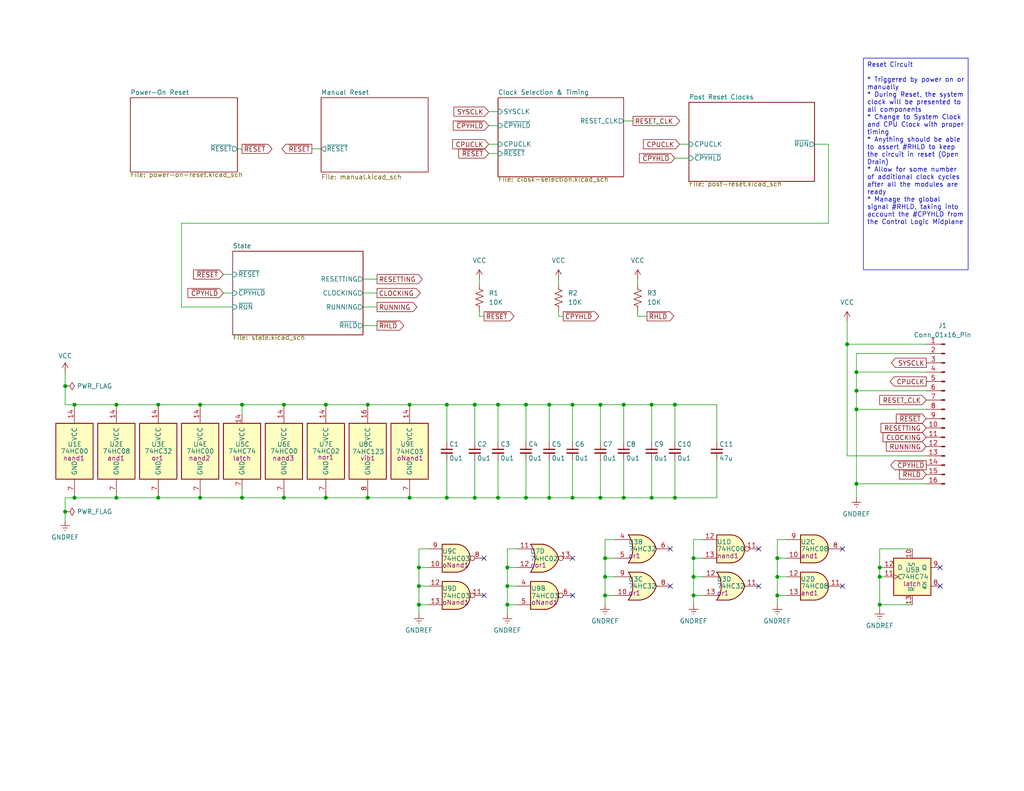
<source format=kicad_sch>
(kicad_sch (version 20230121) (generator eeschema)
  (paper "A")
  (title_block (title "Reset Module") (date "2022-10-29") (rev "1.0") (company "16-Bit Computer From Scratch") (comment 1 "Adam Clark (@eryjus)"))
  (lib_symbols
    (symbol "74xx:74HC00" (pin_names (offset 1.016))
      (property "Reference" "U" (at 0 1.27 0))
      (property "Value" "74HC00" (at 0 -1.27 0))
      (symbol "74HC00_1_1"
        (pin input line (at -7.62 2.54 0) (length 3.81) (name "~") (number "1"))
        (pin input line (at -7.62 -2.54 0) (length 3.81) (name "~") (number "2"))
        (pin output inverted (at 7.62 0 180) (length 3.81) (name "~") (number "3"))
      )
      (symbol "74HC00_1_2"
        (pin input inverted (at -7.62 2.54 0) (length 4.318) (name "~") (number "1"))
        (pin input inverted (at -7.62 -2.54 0) (length 4.318) (name "~") (number "2"))
        (pin output line (at 7.62 0 180) (length 3.81) (name "~") (number "3"))
      )
      (symbol "74HC00_2_1"
        (pin input line (at -7.62 2.54 0) (length 3.81) (name "~") (number "4"))
        (pin input line (at -7.62 -2.54 0) (length 3.81) (name "~") (number "5"))
        (pin output inverted (at 7.62 0 180) (length 3.81) (name "~") (number "6"))
      )
      (symbol "74HC00_2_2"
        (pin input inverted (at -7.62 2.54 0) (length 4.318) (name "~") (number "4"))
        (pin input inverted (at -7.62 -2.54 0) (length 4.318) (name "~") (number "5"))
        (pin output line (at 7.62 0 180) (length 3.81) (name "~") (number "6"))
      )
      (symbol "74HC00_3_1"
        (pin input line (at -7.62 -2.54 0) (length 3.81) (name "~") (number "10"))
        (pin output inverted (at 7.62 0 180) (length 3.81) (name "~") (number "8"))
        (pin input line (at -7.62 2.54 0) (length 3.81) (name "~") (number "9"))
      )
      (symbol "74HC00_3_2"
        (pin input inverted (at -7.62 -2.54 0) (length 4.318) (name "~") (number "10"))
        (pin output line (at 7.62 0 180) (length 3.81) (name "~") (number "8"))
        (pin input inverted (at -7.62 2.54 0) (length 4.318) (name "~") (number "9"))
      )
      (symbol "74HC00_4_1"
        (pin output inverted (at 7.62 0 180) (length 3.81) (name "~") (number "11"))
        (pin input line (at -7.62 2.54 0) (length 3.81) (name "~") (number "12"))
        (pin input line (at -7.62 -2.54 0) (length 3.81) (name "~") (number "13"))
      )
      (symbol "74HC00_4_2"
        (pin output line (at 7.62 0 180) (length 3.81) (name "~") (number "11"))
        (pin input inverted (at -7.62 2.54 0) (length 4.318) (name "~") (number "12"))
        (pin input inverted (at -7.62 -2.54 0) (length 4.318) (name "~") (number "13"))
      )
      (symbol "74HC00_5_0"
        (pin power_in line (at 0 12.7 270) (length 5.08) (name "VCC") (number "14"))
        (pin power_in line (at 0 -12.7 90) (length 5.08) (name "GND") (number "7"))
      )
    )
    (symbol "74xx:74HC02" (pin_names (offset 1.016))
      (property "Reference" "U" (at 0 1.27 0))
      (property "Value" "74HC02" (at 0 -1.27 0))
      (symbol "74HC02_1_1"
        (pin output inverted (at 7.62 0 180) (length 3.81) (name "~") (number "1"))
        (pin input line (at -7.62 2.54 0) (length 4.318) (name "~") (number "2"))
        (pin input line (at -7.62 -2.54 0) (length 4.318) (name "~") (number "3"))
      )
      (symbol "74HC02_1_2"
        (pin output line (at 7.62 0 180) (length 3.81) (name "~") (number "1"))
        (pin input inverted (at -7.62 2.54 0) (length 3.81) (name "~") (number "2"))
        (pin input inverted (at -7.62 -2.54 0) (length 3.81) (name "~") (number "3"))
      )
      (symbol "74HC02_2_1"
        (pin output inverted (at 7.62 0 180) (length 3.81) (name "~") (number "4"))
        (pin input line (at -7.62 2.54 0) (length 4.318) (name "~") (number "5"))
        (pin input line (at -7.62 -2.54 0) (length 4.318) (name "~") (number "6"))
      )
      (symbol "74HC02_2_2"
        (pin output line (at 7.62 0 180) (length 3.81) (name "~") (number "4"))
        (pin input inverted (at -7.62 2.54 0) (length 3.81) (name "~") (number "5"))
        (pin input inverted (at -7.62 -2.54 0) (length 3.81) (name "~") (number "6"))
      )
      (symbol "74HC02_3_1"
        (pin output inverted (at 7.62 0 180) (length 3.81) (name "~") (number "10"))
        (pin input line (at -7.62 2.54 0) (length 4.318) (name "~") (number "8"))
        (pin input line (at -7.62 -2.54 0) (length 4.318) (name "~") (number "9"))
      )
      (symbol "74HC02_3_2"
        (pin output line (at 7.62 0 180) (length 3.81) (name "~") (number "10"))
        (pin input inverted (at -7.62 2.54 0) (length 3.81) (name "~") (number "8"))
        (pin input inverted (at -7.62 -2.54 0) (length 3.81) (name "~") (number "9"))
      )
      (symbol "74HC02_4_1"
        (pin input line (at -7.62 2.54 0) (length 4.318) (name "~") (number "11"))
        (pin input line (at -7.62 -2.54 0) (length 4.318) (name "~") (number "12"))
        (pin output inverted (at 7.62 0 180) (length 3.81) (name "~") (number "13"))
      )
      (symbol "74HC02_4_2"
        (pin input inverted (at -7.62 2.54 0) (length 3.81) (name "~") (number "11"))
        (pin input inverted (at -7.62 -2.54 0) (length 3.81) (name "~") (number "12"))
        (pin output line (at 7.62 0 180) (length 3.81) (name "~") (number "13"))
      )
      (symbol "74HC02_5_0"
        (pin power_in line (at 0 12.7 270) (length 5.08) (name "VCC") (number "14"))
        (pin power_in line (at 0 -12.7 90) (length 5.08) (name "GND") (number "7"))
      )
    )
    (symbol "74xx:74HC123" (pin_names (offset 1.016))
      (property "Reference" "U" (at -7.62 8.89 0))
      (property "Value" "74HC123" (at -7.62 -8.89 0))
      (symbol "74HC123_1_0"
        (pin input inverted (at -12.7 -2.54 0) (length 5.08) (name "A") (number "1"))
        (pin output line (at 12.7 5.08 180) (length 5.08) (name "Q") (number "13"))
        (pin input line (at -12.7 2.54 0) (length 5.08) (name "Cext") (number "14"))
        (pin input line (at -12.7 5.08 0) (length 5.08) (name "RCext") (number "15"))
        (pin input line (at -12.7 -5.08 0) (length 5.08) (name "B") (number "2"))
        (pin input inverted (at 0 -12.7 90) (length 5.08) (name "Clr") (number "3"))
        (pin output line (at 12.7 -5.08 180) (length 5.08) (name "~{Q}") (number "4"))
      )
      (symbol "74HC123_2_0"
        (pin input line (at -12.7 -5.08 0) (length 5.08) (name "B") (number "10"))
        (pin input inverted (at 0 -12.7 90) (length 5.08) (name "Clr") (number "11"))
        (pin output line (at 12.7 -5.08 180) (length 5.08) (name "~{Q}") (number "12"))
        (pin output line (at 12.7 5.08 180) (length 5.08) (name "Q") (number "5"))
        (pin input line (at -12.7 2.54 0) (length 5.08) (name "Cext") (number "6"))
        (pin input line (at -12.7 5.08 0) (length 5.08) (name "RCext") (number "7"))
        (pin input inverted (at -12.7 -2.54 0) (length 5.08) (name "A") (number "9"))
      )
      (symbol "74HC123_3_0"
        (pin power_in line (at 0 12.7 270) (length 5.08) (name "VCC") (number "16"))
        (pin power_in line (at 0 -12.7 90) (length 5.08) (name "GND") (number "8"))
      )
    )
    (symbol "74xx:74HC74" (pin_names (offset 1.016))
      (property "Reference" "U" (at -7.62 8.89 0))
      (property "Value" "74HC74" (at -7.62 -8.89 0))
      (symbol "74HC74_1_0"
        (pin input line (at 0 -7.62 90) (length 2.54) (name "~{R}") (number "1"))
        (pin input line (at -7.62 2.54 0) (length 2.54) (name "D") (number "2"))
        (pin input clock (at -7.62 0 0) (length 2.54) (name "C") (number "3"))
        (pin input line (at 0 7.62 270) (length 2.54) (name "~{S}") (number "4"))
        (pin output line (at 7.62 2.54 180) (length 2.54) (name "Q") (number "5"))
        (pin output line (at 7.62 -2.54 180) (length 2.54) (name "~{Q}") (number "6"))
      )
      (symbol "74HC74_2_0"
        (pin input line (at 0 7.62 270) (length 2.54) (name "~{S}") (number "10"))
        (pin input clock (at -7.62 0 0) (length 2.54) (name "C") (number "11"))
        (pin input line (at -7.62 2.54 0) (length 2.54) (name "D") (number "12"))
        (pin input line (at 0 -7.62 90) (length 2.54) (name "~{R}") (number "13"))
        (pin output line (at 7.62 -2.54 180) (length 2.54) (name "~{Q}") (number "8"))
        (pin output line (at 7.62 2.54 180) (length 2.54) (name "Q") (number "9"))
      )
      (symbol "74HC74_3_0"
        (pin power_in line (at 0 10.16 270) (length 2.54) (name "VCC") (number "14"))
        (pin power_in line (at 0 -10.16 90) (length 2.54) (name "GND") (number "7"))
      )
    )
    (symbol "Connector:Conn_01x16_Pin" (pin_names (offset 1.016) hide)
      (property "Reference" "J" (at 0 20.32 0))
      (property "Value" "Conn_01x16_Pin" (at 0 -22.86 0))
      (symbol "Conn_01x16_Pin_1_1"
        (pin passive line (at 5.08 17.78 180) (length 3.81) (name "Pin_1") (number "1"))
        (pin passive line (at 5.08 -5.08 180) (length 3.81) (name "Pin_10") (number "10"))
        (pin passive line (at 5.08 -7.62 180) (length 3.81) (name "Pin_11") (number "11"))
        (pin passive line (at 5.08 -10.16 180) (length 3.81) (name "Pin_12") (number "12"))
        (pin passive line (at 5.08 -12.7 180) (length 3.81) (name "Pin_13") (number "13"))
        (pin passive line (at 5.08 -15.24 180) (length 3.81) (name "Pin_14") (number "14"))
        (pin passive line (at 5.08 -17.78 180) (length 3.81) (name "Pin_15") (number "15"))
        (pin passive line (at 5.08 -20.32 180) (length 3.81) (name "Pin_16") (number "16"))
        (pin passive line (at 5.08 15.24 180) (length 3.81) (name "Pin_2") (number "2"))
        (pin passive line (at 5.08 12.7 180) (length 3.81) (name "Pin_3") (number "3"))
        (pin passive line (at 5.08 10.16 180) (length 3.81) (name "Pin_4") (number "4"))
        (pin passive line (at 5.08 7.62 180) (length 3.81) (name "Pin_5") (number "5"))
        (pin passive line (at 5.08 5.08 180) (length 3.81) (name "Pin_6") (number "6"))
        (pin passive line (at 5.08 2.54 180) (length 3.81) (name "Pin_7") (number "7"))
        (pin passive line (at 5.08 0 180) (length 3.81) (name "Pin_8") (number "8"))
        (pin passive line (at 5.08 -2.54 180) (length 3.81) (name "Pin_9") (number "9"))
      )
    )
    (symbol "Device:C_Small" (pin_numbers hide) (pin_names (offset 0.254) hide)
      (property "Reference" "C" (at 0.254 1.778 0))
      (property "Value" "C_Small" (at 0.254 -2.032 0))
      (symbol "C_Small_1_1"
        (pin passive line (at 0 2.54 270) (length 2.032) (name "~") (number "1"))
        (pin passive line (at 0 -2.54 90) (length 2.032) (name "~") (number "2"))
      )
    )
    (symbol "Device:R_US" (pin_numbers hide) (pin_names (offset 0))
      (property "Reference" "R" (at 2.54 0 90))
      (property "Value" "R_US" (at -2.54 0 90))
      (symbol "R_US_1_1"
        (pin passive line (at 0 3.81 270) (length 1.27) (name "~") (number "1"))
        (pin passive line (at 0 -3.81 90) (length 1.27) (name "~") (number "2"))
      )
    )
    (symbol "eryjus:74HC03" (pin_names (offset 1.016))
      (property "Reference" "U" (at 0 1.27 0))
      (property "Value" "74HC03" (at 0 -1.27 0))
      (symbol "74HC03_1_1"
        (pin input line (at -7.62 2.54 0) (length 3.81) (name "~") (number "1"))
        (pin input line (at -7.62 -2.54 0) (length 3.81) (name "~") (number "2"))
        (pin output inverted (at 7.62 0 180) (length 3.81) (name "~") (number "3"))
      )
      (symbol "74HC03_1_2"
        (pin input inverted (at -7.62 2.54 0) (length 4.318) (name "~") (number "1"))
        (pin input inverted (at -7.62 -2.54 0) (length 4.318) (name "~") (number "2"))
        (pin output line (at 7.62 0 180) (length 3.81) (name "~") (number "3"))
      )
      (symbol "74HC03_2_1"
        (pin input line (at -7.62 2.54 0) (length 3.81) (name "~") (number "4"))
        (pin input line (at -7.62 -2.54 0) (length 3.81) (name "~") (number "5"))
        (pin output inverted (at 7.62 0 180) (length 3.81) (name "~") (number "6"))
      )
      (symbol "74HC03_2_2"
        (pin input inverted (at -7.62 2.54 0) (length 4.318) (name "~") (number "4"))
        (pin input inverted (at -7.62 -2.54 0) (length 4.318) (name "~") (number "5"))
        (pin output line (at 7.62 0 180) (length 3.81) (name "~") (number "6"))
      )
      (symbol "74HC03_3_1"
        (pin input line (at -7.62 -2.54 0) (length 3.81) (name "~") (number "10"))
        (pin output inverted (at 7.62 0 180) (length 3.81) (name "~") (number "8"))
        (pin input line (at -7.62 2.54 0) (length 3.81) (name "~") (number "9"))
      )
      (symbol "74HC03_3_2"
        (pin input inverted (at -7.62 -2.54 0) (length 4.318) (name "~") (number "10"))
        (pin output line (at 7.62 0 180) (length 3.81) (name "~") (number "8"))
        (pin input inverted (at -7.62 2.54 0) (length 4.318) (name "~") (number "9"))
      )
      (symbol "74HC03_4_1"
        (pin output inverted (at 7.62 0 180) (length 3.81) (name "~") (number "11"))
        (pin input line (at -7.62 2.54 0) (length 3.81) (name "~") (number "12"))
        (pin input line (at -7.62 -2.54 0) (length 3.81) (name "~") (number "13"))
      )
      (symbol "74HC03_4_2"
        (pin output line (at 7.62 0 180) (length 3.81) (name "~") (number "11"))
        (pin input inverted (at -7.62 2.54 0) (length 4.318) (name "~") (number "12"))
        (pin input inverted (at -7.62 -2.54 0) (length 4.318) (name "~") (number "13"))
      )
      (symbol "74HC03_5_0"
        (pin power_in line (at 0 12.7 270) (length 5.08) (name "VCC") (number "14"))
        (pin power_in line (at 0 -12.7 90) (length 5.08) (name "GND") (number "7"))
      )
    )
    (symbol "eryjus:74HC08" (pin_names (offset 1.016))
      (property "Reference" "U" (at 0 1.27 0))
      (property "Value" "74HC08" (at 0 -1.27 0))
      (symbol "74HC08_1_1"
        (pin input line (at -7.62 2.54 0) (length 3.81) (name "~") (number "1"))
        (pin input line (at -7.62 -2.54 0) (length 3.81) (name "~") (number "2"))
        (pin output line (at 7.62 0 180) (length 3.81) (name "~") (number "3"))
      )
      (symbol "74HC08_1_2"
        (pin input inverted (at -7.62 2.54 0) (length 4.318) (name "~") (number "1"))
        (pin input inverted (at -7.62 -2.54 0) (length 4.318) (name "~") (number "2"))
        (pin output inverted (at 7.62 0 180) (length 3.81) (name "~") (number "3"))
      )
      (symbol "74HC08_2_1"
        (pin input line (at -7.62 2.54 0) (length 3.81) (name "~") (number "4"))
        (pin input line (at -7.62 -2.54 0) (length 3.81) (name "~") (number "5"))
        (pin output line (at 7.62 0 180) (length 3.81) (name "~") (number "6"))
      )
      (symbol "74HC08_2_2"
        (pin input inverted (at -7.62 2.54 0) (length 4.318) (name "~") (number "4"))
        (pin input inverted (at -7.62 -2.54 0) (length 4.318) (name "~") (number "5"))
        (pin output inverted (at 7.62 0 180) (length 3.81) (name "~") (number "6"))
      )
      (symbol "74HC08_3_1"
        (pin input line (at -7.62 -2.54 0) (length 3.81) (name "~") (number "10"))
        (pin output line (at 7.62 0 180) (length 3.81) (name "~") (number "8"))
        (pin input line (at -7.62 2.54 0) (length 3.81) (name "~") (number "9"))
      )
      (symbol "74HC08_3_2"
        (pin input inverted (at -7.62 -2.54 0) (length 4.318) (name "~") (number "10"))
        (pin output inverted (at 7.62 0 180) (length 3.81) (name "~") (number "8"))
        (pin input inverted (at -7.62 2.54 0) (length 4.318) (name "~") (number "9"))
      )
      (symbol "74HC08_4_1"
        (pin output line (at 7.62 0 180) (length 3.81) (name "~") (number "11"))
        (pin input line (at -7.62 2.54 0) (length 3.81) (name "~") (number "12"))
        (pin input line (at -7.62 -2.54 0) (length 3.81) (name "~") (number "13"))
      )
      (symbol "74HC08_4_2"
        (pin output inverted (at 7.62 0 180) (length 3.81) (name "~") (number "11"))
        (pin input inverted (at -7.62 2.54 0) (length 4.318) (name "~") (number "12"))
        (pin input inverted (at -7.62 -2.54 0) (length 4.318) (name "~") (number "13"))
      )
      (symbol "74HC08_5_0"
        (pin power_in line (at 0 12.7 270) (length 5.08) (name "VCC") (number "14"))
        (pin power_in line (at 0 -12.7 90) (length 5.08) (name "GND") (number "7"))
      )
    )
    (symbol "eryjus:74HC32" (pin_names (offset 1.016))
      (property "Reference" "U" (at 0 1.27 0))
      (property "Value" "74HC32" (at 0 -1.27 0))
      (symbol "74HC32_1_1"
        (pin input line (at -7.62 2.54 0) (length 4.318) (name "~") (number "1"))
        (pin input line (at -7.62 -2.54 0) (length 4.318) (name "~") (number "2"))
        (pin output line (at 7.62 0 180) (length 3.81) (name "~") (number "3"))
      )
      (symbol "74HC32_1_2"
        (pin input inverted (at -7.62 2.54 0) (length 3.81) (name "~") (number "1"))
        (pin input inverted (at -7.62 -2.54 0) (length 3.81) (name "~") (number "2"))
        (pin output inverted (at 7.62 0 180) (length 3.81) (name "~") (number "3"))
      )
      (symbol "74HC32_2_1"
        (pin input line (at -7.62 2.54 0) (length 4.318) (name "~") (number "4"))
        (pin input line (at -7.62 -2.54 0) (length 4.318) (name "~") (number "5"))
        (pin output line (at 7.62 0 180) (length 3.81) (name "~") (number "6"))
      )
      (symbol "74HC32_2_2"
        (pin input inverted (at -7.62 2.54 0) (length 3.81) (name "~") (number "4"))
        (pin input inverted (at -7.62 -2.54 0) (length 3.81) (name "~") (number "5"))
        (pin output inverted (at 7.62 0 180) (length 3.81) (name "~") (number "6"))
      )
      (symbol "74HC32_3_1"
        (pin input line (at -7.62 -2.54 0) (length 4.318) (name "~") (number "10"))
        (pin output line (at 7.62 0 180) (length 3.81) (name "~") (number "8"))
        (pin input line (at -7.62 2.54 0) (length 4.318) (name "~") (number "9"))
      )
      (symbol "74HC32_3_2"
        (pin input inverted (at -7.62 -2.54 0) (length 3.81) (name "~") (number "10"))
        (pin output inverted (at 7.62 0 180) (length 3.81) (name "~") (number "8"))
        (pin input inverted (at -7.62 2.54 0) (length 3.81) (name "~") (number "9"))
      )
      (symbol "74HC32_4_1"
        (pin output line (at 7.62 0 180) (length 3.81) (name "~") (number "11"))
        (pin input line (at -7.62 2.54 0) (length 4.318) (name "~") (number "12"))
        (pin input line (at -7.62 -2.54 0) (length 4.318) (name "~") (number "13"))
      )
      (symbol "74HC32_4_2"
        (pin output inverted (at 7.62 0 180) (length 3.81) (name "~") (number "11"))
        (pin input inverted (at -7.62 2.54 0) (length 3.81) (name "~") (number "12"))
        (pin input inverted (at -7.62 -2.54 0) (length 3.81) (name "~") (number "13"))
      )
      (symbol "74HC32_5_0"
        (pin power_in line (at 0 12.7 270) (length 5.08) (name "VCC") (number "14"))
        (pin power_in line (at 0 -12.7 90) (length 5.08) (name "GND") (number "7"))
      )
    )
    (symbol "power:GNDREF" (power) (pin_names (offset 0))
      (property "Value" "GNDREF" (at 0 -3.81 0))
      (symbol "GNDREF_1_1"
        (pin power_in line (at 0 0 270) (length 0) hide (name "GNDREF") (number "1"))
      )
    )
    (symbol "power:PWR_FLAG" (power) (pin_numbers hide) (pin_names (offset 0) hide)
      (property "Value" "PWR_FLAG" (at 0 3.81 0))
      (symbol "PWR_FLAG_0_0"
        (pin power_out line (at 0 0 90) (length 0) (name "pwr") (number "1"))
      )
    )
    (symbol "power:VCC" (power) (pin_names (offset 0))
      (property "Value" "VCC" (at 0 3.81 0))
      (symbol "VCC_1_1"
        (pin power_in line (at 0 0 90) (length 0) hide (name "VCC") (number "1"))
      )
    )
  )
  (junction (at 233.68 111.76))
  (junction (at 240.03 157.48))
  (junction (at 240.03 165.1))
  (junction (at 212.09 157.48))
  (junction (at 212.09 162.56))
  (junction (at 121.92 135.89))
  (junction (at 170.18 110.49))
  (junction (at 163.83 135.89))
  (junction (at 156.21 135.89))
  (junction (at 114.3 165.1))
  (junction (at 138.43 165.1))
  (junction (at 114.3 160.02))
  (junction (at 149.86 110.49))
  (junction (at 100.33 110.49))
  (junction (at 77.47 135.89))
  (junction (at 170.18 135.89))
  (junction (at 165.1 162.56))
  (junction (at 233.68 106.68))
  (junction (at 165.1 152.4))
  (junction (at 240.03 154.94))
  (junction (at 31.75 110.49))
  (junction (at 156.21 110.49))
  (junction (at 138.43 160.02))
  (junction (at 135.89 135.89))
  (junction (at 233.68 132.08))
  (junction (at 111.76 135.89))
  (junction (at 177.8 110.49))
  (junction (at 135.89 110.49))
  (junction (at 20.32 110.49))
  (junction (at 189.23 152.4))
  (junction (at 189.23 162.56))
  (junction (at 138.43 154.94))
  (junction (at 43.18 135.89))
  (junction (at 177.8 135.89))
  (junction (at 111.76 110.49))
  (junction (at 31.75 135.89))
  (junction (at 100.33 135.89))
  (junction (at 212.09 152.4))
  (junction (at 163.83 110.49))
  (junction (at 165.1 157.48))
  (junction (at 20.32 135.89))
  (junction (at 66.04 135.89))
  (junction (at 54.61 135.89))
  (junction (at 129.54 135.89))
  (junction (at 66.04 110.49))
  (junction (at 149.86 135.89))
  (junction (at 184.15 110.49))
  (junction (at 233.68 101.6))
  (junction (at 184.15 135.89))
  (junction (at 43.18 110.49))
  (junction (at 17.78 105.41))
  (junction (at 88.9 110.49))
  (junction (at 143.51 135.89))
  (junction (at 88.9 135.89))
  (junction (at 129.54 110.49))
  (junction (at 77.47 110.49))
  (junction (at 143.51 110.49))
  (junction (at 231.14 93.98))
  (junction (at 189.23 157.48))
  (junction (at 114.3 154.94))
  (junction (at 17.78 139.7))
  (junction (at 54.61 110.49))
  (junction (at 121.92 110.49))
  (no_connect (at 182.88 149.86))
  (no_connect (at 229.87 149.86))
  (no_connect (at 256.54 160.02))
  (no_connect (at 207.01 160.02))
  (no_connect (at 132.08 162.56))
  (no_connect (at 132.08 152.4))
  (no_connect (at 182.88 160.02))
  (no_connect (at 156.21 152.4))
  (no_connect (at 207.01 149.86))
  (no_connect (at 229.87 160.02))
  (no_connect (at 156.21 162.56))
  (no_connect (at 256.54 154.94))
  (wire (pts (xy 152.4 86.36) (xy 153.67 86.36)))
  (wire (pts (xy 189.23 162.56) (xy 191.77 162.56)))
  (wire (pts (xy 184.15 135.89) (xy 195.58 135.89)))
  (wire (pts (xy 170.18 135.89) (xy 177.8 135.89)))
  (wire (pts (xy 114.3 149.86) (xy 114.3 154.94)))
  (wire (pts (xy 184.15 110.49) (xy 195.58 110.49)))
  (wire (pts (xy 173.99 85.09) (xy 173.99 86.36)))
  (wire (pts (xy 114.3 160.02) (xy 114.3 165.1)))
  (wire (pts (xy 189.23 157.48) (xy 191.77 157.48)))
  (wire (pts (xy 121.92 110.49) (xy 129.54 110.49)))
  (wire (pts (xy 163.83 110.49) (xy 163.83 120.65)))
  (wire (pts (xy 195.58 120.65) (xy 195.58 110.49)))
  (wire (pts (xy 138.43 149.86) (xy 138.43 154.94)))
  (wire (pts (xy 130.81 76.2) (xy 130.81 77.47)))
  (wire (pts (xy 129.54 110.49) (xy 129.54 120.65)))
  (wire (pts (xy 49.53 83.82) (xy 63.5 83.82)))
  (wire (pts (xy 138.43 160.02) (xy 138.43 165.1)))
  (wire (pts (xy 133.35 30.48) (xy 135.89 30.48)))
  (wire (pts (xy 189.23 157.48) (xy 189.23 162.56)))
  (wire (pts (xy 252.73 124.46) (xy 231.14 124.46)))
  (wire (pts (xy 143.51 110.49) (xy 149.86 110.49)))
  (wire (pts (xy 135.89 110.49) (xy 135.89 120.65)))
  (wire (pts (xy 116.84 149.86) (xy 114.3 149.86)))
  (wire (pts (xy 226.06 39.37) (xy 226.06 60.96)))
  (wire (pts (xy 114.3 165.1) (xy 114.3 167.64)))
  (wire (pts (xy 140.97 149.86) (xy 138.43 149.86)))
  (wire (pts (xy 88.9 110.49) (xy 100.33 110.49)))
  (wire (pts (xy 226.06 60.96) (xy 49.53 60.96)))
  (wire (pts (xy 156.21 135.89) (xy 163.83 135.89)))
  (wire (pts (xy 17.78 105.41) (xy 17.78 110.49)))
  (wire (pts (xy 252.73 132.08) (xy 233.68 132.08)))
  (wire (pts (xy 240.03 149.86) (xy 240.03 154.94)))
  (wire (pts (xy 231.14 93.98) (xy 231.14 124.46)))
  (wire (pts (xy 165.1 152.4) (xy 165.1 157.48)))
  (wire (pts (xy 191.77 152.4) (xy 189.23 152.4)))
  (wire (pts (xy 212.09 162.56) (xy 212.09 165.1)))
  (wire (pts (xy 111.76 110.49) (xy 121.92 110.49)))
  (wire (pts (xy 233.68 111.76) (xy 233.68 132.08)))
  (wire (pts (xy 233.68 132.08) (xy 233.68 135.89)))
  (wire (pts (xy 66.04 110.49) (xy 66.04 113.03)))
  (wire (pts (xy 143.51 120.65) (xy 143.51 110.49)))
  (wire (pts (xy 129.54 125.73) (xy 129.54 135.89)))
  (wire (pts (xy 177.8 135.89) (xy 184.15 135.89)))
  (wire (pts (xy 184.15 120.65) (xy 184.15 110.49)))
  (wire (pts (xy 54.61 135.89) (xy 66.04 135.89)))
  (wire (pts (xy 252.73 106.68) (xy 233.68 106.68)))
  (wire (pts (xy 121.92 110.49) (xy 121.92 120.65)))
  (wire (pts (xy 240.03 165.1) (xy 240.03 166.37)))
  (wire (pts (xy 99.06 80.01) (xy 102.87 80.01)))
  (wire (pts (xy 156.21 110.49) (xy 163.83 110.49)))
  (wire (pts (xy 85.09 40.64) (xy 87.63 40.64)))
  (wire (pts (xy 231.14 87.63) (xy 231.14 93.98)))
  (wire (pts (xy 100.33 110.49) (xy 111.76 110.49)))
  (wire (pts (xy 111.76 135.89) (xy 121.92 135.89)))
  (wire (pts (xy 114.3 154.94) (xy 114.3 160.02)))
  (wire (pts (xy 212.09 157.48) (xy 212.09 162.56)))
  (wire (pts (xy 163.83 110.49) (xy 170.18 110.49)))
  (wire (pts (xy 149.86 135.89) (xy 156.21 135.89)))
  (wire (pts (xy 17.78 110.49) (xy 20.32 110.49)))
  (wire (pts (xy 149.86 120.65) (xy 149.86 110.49)))
  (wire (pts (xy 184.15 43.18) (xy 187.96 43.18)))
  (wire (pts (xy 252.73 93.98) (xy 231.14 93.98)))
  (wire (pts (xy 100.33 135.89) (xy 111.76 135.89)))
  (wire (pts (xy 20.32 135.89) (xy 31.75 135.89)))
  (wire (pts (xy 138.43 160.02) (xy 140.97 160.02)))
  (wire (pts (xy 60.96 80.01) (xy 63.5 80.01)))
  (wire (pts (xy 130.81 86.36) (xy 132.08 86.36)))
  (wire (pts (xy 88.9 135.89) (xy 100.33 135.89)))
  (wire (pts (xy 214.63 152.4) (xy 212.09 152.4)))
  (wire (pts (xy 60.96 74.93) (xy 63.5 74.93)))
  (wire (pts (xy 170.18 33.02) (xy 172.72 33.02)))
  (wire (pts (xy 214.63 147.32) (xy 212.09 147.32)))
  (wire (pts (xy 121.92 135.89) (xy 129.54 135.89)))
  (wire (pts (xy 252.73 101.6) (xy 233.68 101.6)))
  (wire (pts (xy 43.18 135.89) (xy 54.61 135.89)))
  (wire (pts (xy 240.03 157.48) (xy 240.03 165.1)))
  (wire (pts (xy 20.32 110.49) (xy 31.75 110.49)))
  (wire (pts (xy 191.77 147.32) (xy 189.23 147.32)))
  (wire (pts (xy 149.86 125.73) (xy 149.86 135.89)))
  (wire (pts (xy 167.64 147.32) (xy 165.1 147.32)))
  (wire (pts (xy 77.47 135.89) (xy 88.9 135.89)))
  (wire (pts (xy 189.23 147.32) (xy 189.23 152.4)))
  (wire (pts (xy 184.15 125.73) (xy 184.15 135.89)))
  (wire (pts (xy 170.18 120.65) (xy 170.18 110.49)))
  (wire (pts (xy 152.4 85.09) (xy 152.4 86.36)))
  (wire (pts (xy 17.78 135.89) (xy 20.32 135.89)))
  (wire (pts (xy 133.35 39.37) (xy 135.89 39.37)))
  (wire (pts (xy 129.54 110.49) (xy 135.89 110.49)))
  (wire (pts (xy 163.83 135.89) (xy 170.18 135.89)))
  (wire (pts (xy 252.73 111.76) (xy 233.68 111.76)))
  (wire (pts (xy 114.3 165.1) (xy 116.84 165.1)))
  (wire (pts (xy 222.25 39.37) (xy 226.06 39.37)))
  (wire (pts (xy 17.78 142.24) (xy 17.78 139.7)))
  (wire (pts (xy 170.18 110.49) (xy 177.8 110.49)))
  (wire (pts (xy 189.23 162.56) (xy 189.23 165.1)))
  (wire (pts (xy 130.81 85.09) (xy 130.81 86.36)))
  (wire (pts (xy 135.89 135.89) (xy 143.51 135.89)))
  (wire (pts (xy 177.8 125.73) (xy 177.8 135.89)))
  (wire (pts (xy 116.84 154.94) (xy 114.3 154.94)))
  (wire (pts (xy 152.4 76.2) (xy 152.4 77.47)))
  (wire (pts (xy 66.04 133.35) (xy 66.04 135.89)))
  (wire (pts (xy 99.06 76.2) (xy 102.87 76.2)))
  (wire (pts (xy 149.86 110.49) (xy 156.21 110.49)))
  (wire (pts (xy 143.51 125.73) (xy 143.51 135.89)))
  (wire (pts (xy 212.09 162.56) (xy 214.63 162.56)))
  (wire (pts (xy 165.1 147.32) (xy 165.1 152.4)))
  (wire (pts (xy 177.8 120.65) (xy 177.8 110.49)))
  (wire (pts (xy 167.64 152.4) (xy 165.1 152.4)))
  (wire (pts (xy 99.06 83.82) (xy 102.87 83.82)))
  (wire (pts (xy 17.78 139.7) (xy 17.78 135.89)))
  (wire (pts (xy 173.99 76.2) (xy 173.99 77.47)))
  (wire (pts (xy 248.92 165.1) (xy 240.03 165.1)))
  (wire (pts (xy 170.18 125.73) (xy 170.18 135.89)))
  (wire (pts (xy 233.68 96.52) (xy 233.68 101.6)))
  (wire (pts (xy 17.78 101.6) (xy 17.78 105.41)))
  (wire (pts (xy 66.04 110.49) (xy 77.47 110.49)))
  (wire (pts (xy 135.89 125.73) (xy 135.89 135.89)))
  (wire (pts (xy 248.92 149.86) (xy 240.03 149.86)))
  (wire (pts (xy 138.43 165.1) (xy 140.97 165.1)))
  (wire (pts (xy 156.21 125.73) (xy 156.21 135.89)))
  (wire (pts (xy 140.97 154.94) (xy 138.43 154.94)))
  (wire (pts (xy 64.77 40.64) (xy 66.04 40.64)))
  (wire (pts (xy 121.92 125.73) (xy 121.92 135.89)))
  (wire (pts (xy 233.68 106.68) (xy 233.68 111.76)))
  (wire (pts (xy 233.68 101.6) (xy 233.68 106.68)))
  (wire (pts (xy 163.83 125.73) (xy 163.83 135.89)))
  (wire (pts (xy 156.21 110.49) (xy 156.21 120.65)))
  (wire (pts (xy 54.61 110.49) (xy 66.04 110.49)))
  (wire (pts (xy 165.1 162.56) (xy 167.64 162.56)))
  (wire (pts (xy 165.1 162.56) (xy 165.1 165.1)))
  (wire (pts (xy 135.89 110.49) (xy 143.51 110.49)))
  (wire (pts (xy 129.54 135.89) (xy 135.89 135.89)))
  (wire (pts (xy 143.51 135.89) (xy 149.86 135.89)))
  (wire (pts (xy 195.58 125.73) (xy 195.58 135.89)))
  (wire (pts (xy 133.35 34.29) (xy 135.89 34.29)))
  (wire (pts (xy 165.1 157.48) (xy 165.1 162.56)))
  (wire (pts (xy 212.09 147.32) (xy 212.09 152.4)))
  (wire (pts (xy 77.47 110.49) (xy 88.9 110.49)))
  (wire (pts (xy 66.04 135.89) (xy 77.47 135.89)))
  (wire (pts (xy 189.23 152.4) (xy 189.23 157.48)))
  (wire (pts (xy 114.3 160.02) (xy 116.84 160.02)))
  (wire (pts (xy 212.09 157.48) (xy 214.63 157.48)))
  (wire (pts (xy 138.43 154.94) (xy 138.43 160.02)))
  (wire (pts (xy 133.35 41.91) (xy 135.89 41.91)))
  (wire (pts (xy 185.42 39.37) (xy 187.96 39.37)))
  (wire (pts (xy 99.06 88.9) (xy 102.87 88.9)))
  (wire (pts (xy 31.75 135.89) (xy 43.18 135.89)))
  (wire (pts (xy 49.53 60.96) (xy 49.53 83.82)))
  (wire (pts (xy 177.8 110.49) (xy 184.15 110.49)))
  (wire (pts (xy 252.73 96.52) (xy 233.68 96.52)))
  (wire (pts (xy 138.43 165.1) (xy 138.43 167.64)))
  (wire (pts (xy 173.99 86.36) (xy 176.53 86.36)))
  (wire (pts (xy 240.03 157.48) (xy 241.3 157.48)))
  (wire (pts (xy 240.03 154.94) (xy 241.3 154.94)))
  (wire (pts (xy 240.03 154.94) (xy 240.03 157.48)))
  (wire (pts (xy 43.18 110.49) (xy 54.61 110.49)))
  (wire (pts (xy 212.09 152.4) (xy 212.09 157.48)))
  (wire (pts (xy 31.75 110.49) (xy 43.18 110.49)))
  (wire (pts (xy 165.1 157.48) (xy 167.64 157.48)))
  (text_box "Reset Circuit\n\n* Triggered by power on or manually\n* During Reset, the system clock will be presented to all components\n* Change to System Clock and CPU Clock with proper timing\n* Anything should be able to assert #RHLD to keep the circuit in reset (Open Drain)\n* Allow for some number of additional clock cycles after all the modules are ready\n* Manage the global signal #RHLD, taking into account the #CPYHLD from the Control Logic Midplane" (at 235.585 15.875 0) (size 28.575 57.785) (effects (font (size 1.27 1.27)) (justify left top)))
  (global_label "~{RESET}" (shape output) (at 66.04 40.64 0) (property "Intersheetrefs" "${INTERSHEET_REFS}" (effects hide)))
  (global_label "~{CPYHLD}" (shape input) (at 184.15 43.18 180) (property "Intersheetrefs" "${INTERSHEET_REFS}" (effects hide)))
  (global_label "~{RESET}" (shape input) (at 133.35 41.91 180) (property "Intersheetrefs" "${INTERSHEET_REFS}" (effects hide)))
  (global_label "~{RHLD}" (shape input) (at 252.73 129.54 180) (property "Intersheetrefs" "${INTERSHEET_REFS}" (effects hide)))
  (global_label "~{RHLD}" (shape output) (at 176.53 86.36 0) (property "Intersheetrefs" "${INTERSHEET_REFS}" (effects hide)))
  (global_label "RESET_CLK" (shape output) (at 172.72 33.02 0) (property "Intersheetrefs" "${INTERSHEET_REFS}" (effects hide)))
  (global_label "RESETTING" (shape output) (at 102.87 76.2 0) (property "Intersheetrefs" "${INTERSHEET_REFS}" (effects hide)))
  (global_label "SYSCLK" (shape input) (at 133.35 30.48 180) (property "Intersheetrefs" "${INTERSHEET_REFS}" (effects hide)))
  (global_label "CPUCLK" (shape input) (at 185.42 39.37 180) (property "Intersheetrefs" "${INTERSHEET_REFS}" (effects hide)))
  (global_label "~{RESET}" (shape output) (at 85.09 40.64 180) (property "Intersheetrefs" "${INTERSHEET_REFS}" (effects hide)))
  (global_label "~{RHLD}" (shape output) (at 102.87 88.9 0) (property "Intersheetrefs" "${INTERSHEET_REFS}" (effects hide)))
  (global_label "CLOCKING" (shape output) (at 102.87 80.01 0) (property "Intersheetrefs" "${INTERSHEET_REFS}" (effects hide)))
  (global_label "RUNNING" (shape output) (at 102.87 83.82 0) (property "Intersheetrefs" "${INTERSHEET_REFS}" (effects hide)))
  (global_label "~{RESET}" (shape input) (at 252.73 114.3 180) (property "Intersheetrefs" "${INTERSHEET_REFS}" (effects hide)))
  (global_label "CPUCLK" (shape output) (at 252.73 104.14 180) (property "Intersheetrefs" "${INTERSHEET_REFS}" (effects hide)))
  (global_label "~{CPYHLD}" (shape output) (at 153.67 86.36 0) (property "Intersheetrefs" "${INTERSHEET_REFS}" (effects hide)))
  (global_label "RUNNING" (shape input) (at 252.73 121.92 180) (property "Intersheetrefs" "${INTERSHEET_REFS}" (effects hide)))
  (global_label "~{CPYHLD}" (shape output) (at 252.73 127 180) (property "Intersheetrefs" "${INTERSHEET_REFS}" (effects hide)))
  (global_label "CLOCKING" (shape input) (at 252.73 119.38 180) (property "Intersheetrefs" "${INTERSHEET_REFS}" (effects hide)))
  (global_label "~{CPYHLD}" (shape input) (at 60.96 80.01 180) (property "Intersheetrefs" "${INTERSHEET_REFS}" (effects hide)))
  (global_label "RESETTING" (shape input) (at 252.73 116.84 180) (property "Intersheetrefs" "${INTERSHEET_REFS}" (effects hide)))
  (global_label "RESET_CLK" (shape input) (at 252.73 109.22 180) (property "Intersheetrefs" "${INTERSHEET_REFS}" (effects hide)))
  (global_label "CPUCLK" (shape input) (at 133.35 39.37 180) (property "Intersheetrefs" "${INTERSHEET_REFS}" (effects hide)))
  (global_label "~{RESET}" (shape output) (at 132.08 86.36 0) (property "Intersheetrefs" "${INTERSHEET_REFS}" (effects hide)))
  (global_label "~{CPYHLD}" (shape input) (at 133.35 34.29 180) (property "Intersheetrefs" "${INTERSHEET_REFS}" (effects hide)))
  (global_label "SYSCLK" (shape output) (at 252.73 99.06 180) (property "Intersheetrefs" "${INTERSHEET_REFS}" (effects hide)))
  (global_label "~{RESET}" (shape input) (at 60.96 74.93 180) (property "Intersheetrefs" "${INTERSHEET_REFS}" (effects hide)))
  (symbol (lib_id "eryjus:74HC03") (at 148.59 162.56 0) (unit 2)
    (property "Reference" "U9" (at 144.907 160.655 0) (effects (justify left)))
    (property "Value" "74HC03" (at 144.907 162.687 0) (effects (justify left)))
    (property "Datasheet" "http://www.ti.com/lit/gpn/sn74hc03" (effects hide))
    (property "name" "oNand1" (at 144.907 164.465 0) (effects (justify left)))
  )
  (symbol (lib_id "Device:R_US") (at 152.4 81.28 0) (unit 1)
    (property "Reference" "R2" (at 154.94 80.01 0) (effects (justify left)))
    (property "Value" "10K" (at 154.94 82.55 0) (effects (justify left)))
  )
  (symbol (lib_id "74xx:74HC00") (at 199.39 149.86 0) (unit 4)
    (property "Reference" "U1" (at 195.58 147.955 0) (effects (justify left)))
    (property "Value" "74HC00" (at 195.58 149.86 0) (effects (justify left)))
    (property "Datasheet" "http://www.ti.com/lit/gpn/sn74hc00" (effects hide))
    (property "name" "nand1" (at 195.58 151.765 0) (effects (justify left)))
  )
  (symbol (lib_id "power:GNDREF") (at 189.23 165.1 0) (unit 1)
    (property "Reference" "#PWR09" (effects hide))
    (property "Value" "GNDREF" (at 189.23 169.545 0))
  )
  (symbol (lib_id "Device:C_Small") (at 135.89 123.19 0) (unit 1)
    (property "Reference" "C3" (at 136.525 121.285 0) (effects (justify left)))
    (property "Value" "0u1" (at 136.525 125.095 0) (effects (justify left)))
  )
  (symbol (lib_id "Device:C_Small") (at 156.21 123.19 0) (unit 1)
    (property "Reference" "C6" (at 156.845 121.285 0) (effects (justify left)))
    (property "Value" "0u1" (at 156.845 125.095 0) (effects (justify left)))
  )
  (symbol (lib_id "Device:C_Small") (at 143.51 123.19 0) (unit 1)
    (property "Reference" "C4" (at 144.145 121.285 0) (effects (justify left)))
    (property "Value" "0u1" (at 144.145 125.095 0) (effects (justify left)))
  )
  (symbol (lib_id "power:PWR_FLAG") (at 17.78 105.41 270) (unit 1)
    (property "Reference" "#FLG01" (effects hide))
    (property "Value" "PWR_FLAG" (at 20.955 105.41 90) (effects (justify left)))
  )
  (symbol (lib_id "eryjus:74HC32") (at 43.18 123.19 0) (unit 5)
    (property "Reference" "U3" (at 41.275 121.285 0) (effects (justify left)))
    (property "Value" "74HC32" (at 39.37 123.19 0) (effects (justify left)))
    (property "Datasheet" "http://www.ti.com/lit/gpn/sn74HC32" (effects hide))
    (property "name" "or1" (at 41.275 125.095 0) (effects (justify left)))
  )
  (symbol (lib_id "74xx:74HC74") (at 248.92 157.48 0) (unit 2)
    (property "Reference" "U5" (at 247.015 155.575 0) (effects (justify left)))
    (property "Value" "74HC74" (at 245.745 157.48 0) (effects (justify left)))
    (property "Datasheet" "74xx/74hc_hct74.pdf" (effects hide))
    (property "name" "latch" (at 246.38 159.385 0) (effects (justify left)))
  )
  (symbol (lib_id "power:VCC") (at 173.99 76.2 0) (mirror y) (unit 1)
    (property "Reference" "#PWR03" (effects hide))
    (property "Value" "VCC" (at 173.99 71.12 0))
  )
  (symbol (lib_id "Device:R_US") (at 130.81 81.28 0) (unit 1)
    (property "Reference" "R1" (at 133.35 80.01 0) (effects (justify left)))
    (property "Value" "10K" (at 133.35 82.55 0) (effects (justify left)))
  )
  (symbol (lib_id "eryjus:74HC08") (at 222.25 160.02 0) (unit 4)
    (property "Reference" "U2" (at 218.44 158.115 0) (effects (justify left)))
    (property "Value" "74HC08" (at 218.44 160.02 0) (effects (justify left)))
    (property "Datasheet" "http://www.ti.com/lit/gpn/sn74HC08" (effects hide))
    (property "name" "and1" (at 218.44 161.925 0) (effects (justify left)))
  )
  (symbol (lib_id "74xx:74HC74") (at 66.04 123.19 0) (unit 3)
    (property "Reference" "U5" (at 64.135 121.285 0) (effects (justify left)))
    (property "Value" "74HC74" (at 62.23 123.19 0) (effects (justify left)))
    (property "Datasheet" "74xx/74hc_hct74.pdf" (effects hide))
    (property "name" "latch" (at 63.5 125.095 0) (effects (justify left)))
  )
  (symbol (lib_id "eryjus:74HC03") (at 124.46 162.56 0) (unit 4)
    (property "Reference" "U9" (at 120.65 160.655 0) (effects (justify left)))
    (property "Value" "74HC03" (at 120.65 162.687 0) (effects (justify left)))
    (property "Datasheet" "http://www.ti.com/lit/gpn/sn74hc03" (effects hide))
    (property "name" "oNand1" (at 120.65 164.465 0) (effects (justify left)))
  )
  (symbol (lib_id "power:VCC") (at 17.78 101.6 0) (mirror y) (unit 1)
    (property "Reference" "#PWR05" (effects hide))
    (property "Value" "VCC" (at 17.78 97.155 0))
  )
  (symbol (lib_id "power:GNDREF") (at 212.09 165.1 0) (unit 1)
    (property "Reference" "#PWR010" (effects hide))
    (property "Value" "GNDREF" (at 212.09 169.545 0))
  )
  (symbol (lib_id "power:GNDREF") (at 240.03 166.37 0) (unit 1)
    (property "Reference" "#PWR011" (effects hide))
    (property "Value" "GNDREF" (at 240.03 170.815 0))
  )
  (symbol (lib_id "74xx:74HC02") (at 148.59 152.4 0) (unit 4)
    (property "Reference" "U7" (at 144.653 150.495 0) (effects (justify left)))
    (property "Value" "74HC02" (at 144.653 152.527 0) (effects (justify left)))
    (property "Datasheet" "http://www.ti.com/lit/gpn/sn74hc02" (effects hide))
    (property "name" "nor1" (at 144.653 154.305 0) (effects (justify left)))
  )
  (symbol (lib_id "74xx:74HC00") (at 77.47 123.19 0) (unit 5)
    (property "Reference" "U6" (at 75.565 121.285 0) (effects (justify left)))
    (property "Value" "74HC00" (at 73.66 123.19 0) (effects (justify left)))
    (property "Datasheet" "http://www.ti.com/lit/gpn/sn74hc00" (effects hide))
    (property "name" "nand3" (at 74.295 125.095 0) (effects (justify left)))
  )
  (symbol (lib_id "power:VCC") (at 231.14 87.63 0) (unit 1)
    (property "Reference" "#PWR04" (effects hide))
    (property "Value" "VCC" (at 231.14 82.55 0))
  )
  (symbol (lib_id "eryjus:74HC32") (at 175.26 160.02 0) (unit 3)
    (property "Reference" "U3" (at 171.45 158.115 0) (effects (justify left)))
    (property "Value" "74HC32" (at 171.45 160.02 0) (effects (justify left)))
    (property "Datasheet" "http://www.ti.com/lit/gpn/sn74HC32" (effects hide))
    (property "name" "or1" (at 171.45 161.925 0) (effects (justify left)))
  )
  (symbol (lib_id "Device:C_Small") (at 170.18 123.19 0) (unit 1)
    (property "Reference" "C8" (at 170.815 121.285 0) (effects (justify left)))
    (property "Value" "0u1" (at 170.815 125.095 0) (effects (justify left)))
  )
  (symbol (lib_id "74xx:74HC02") (at 88.9 123.19 0) (unit 5)
    (property "Reference" "U7" (at 86.995 121.285 0) (effects (justify left)))
    (property "Value" "74HC02" (at 85.09 123.19 0) (effects (justify left)))
    (property "Datasheet" "http://www.ti.com/lit/gpn/sn74hc02" (effects hide))
    (property "name" "nor1" (at 86.614 124.841 0) (effects (justify left)))
  )
  (symbol (lib_id "eryjus:74HC03") (at 124.46 152.4 0) (unit 3)
    (property "Reference" "U9" (at 120.65 150.495 0) (effects (justify left)))
    (property "Value" "74HC03" (at 120.65 152.527 0) (effects (justify left)))
    (property "Datasheet" "http://www.ti.com/lit/gpn/sn74hc03" (effects hide))
    (property "name" "oNand1" (at 120.65 154.305 0) (effects (justify left)))
  )
  (symbol (lib_id "Connector:Conn_01x16_Pin") (at 257.81 111.76 0) (mirror y) (unit 1)
    (property "Reference" "J1" (at 257.175 88.9 0))
    (property "Value" "Conn_01x16_Pin" (at 257.175 91.44 0))
  )
  (symbol (lib_id "eryjus:74HC08") (at 31.75 123.19 0) (unit 5)
    (property "Reference" "U2" (at 29.845 121.285 0) (effects (justify left)))
    (property "Value" "74HC08" (at 27.94 123.19 0) (effects (justify left)))
    (property "Datasheet" "http://www.ti.com/lit/gpn/sn74HC08" (effects hide))
    (property "name" "and1" (at 29.21 125.095 0) (effects (justify left)))
  )
  (symbol (lib_id "power:GNDREF") (at 233.68 135.89 0) (mirror y) (unit 1)
    (property "Reference" "#PWR06" (effects hide))
    (property "Value" "GNDREF" (at 233.68 140.335 0))
  )
  (symbol (lib_id "eryjus:74HC08") (at 222.25 149.86 0) (unit 3)
    (property "Reference" "U2" (at 218.44 147.955 0) (effects (justify left)))
    (property "Value" "74HC08" (at 218.44 149.86 0) (effects (justify left)))
    (property "Datasheet" "http://www.ti.com/lit/gpn/sn74HC08" (effects hide))
    (property "name" "and1" (at 218.44 151.765 0) (effects (justify left)))
  )
  (symbol (lib_id "Device:R_US") (at 173.99 81.28 0) (unit 1)
    (property "Reference" "R3" (at 176.53 80.01 0) (effects (justify left)))
    (property "Value" "10K" (at 176.53 82.55 0) (effects (justify left)))
  )
  (symbol (lib_id "74xx:74HC00") (at 54.61 123.19 0) (unit 5)
    (property "Reference" "U4" (at 52.705 121.285 0) (effects (justify left)))
    (property "Value" "74HC00" (at 50.8 123.19 0) (effects (justify left)))
    (property "Datasheet" "http://www.ti.com/lit/gpn/sn74hc00" (effects hide))
    (property "name" "nand2" (at 51.435 125.095 0) (effects (justify left)))
  )
  (symbol (lib_id "Device:C_Small") (at 149.86 123.19 0) (unit 1)
    (property "Reference" "C5" (at 150.495 121.285 0) (effects (justify left)))
    (property "Value" "0u1" (at 150.495 125.095 0) (effects (justify left)))
  )
  (symbol (lib_id "power:PWR_FLAG") (at 17.78 139.7 270) (unit 1)
    (property "Reference" "#FLG02" (effects hide))
    (property "Value" "PWR_FLAG" (at 20.955 139.7 90) (effects (justify left)))
  )
  (symbol (lib_id "Device:C_Small") (at 163.83 123.19 0) (unit 1)
    (property "Reference" "C7" (at 164.465 121.285 0) (effects (justify left)))
    (property "Value" "0u1" (at 164.465 125.095 0) (effects (justify left)))
  )
  (symbol (lib_id "power:GNDREF") (at 114.3 167.64 0) (unit 1)
    (property "Reference" "#PWR012" (effects hide))
    (property "Value" "GNDREF" (at 114.3 172.085 0))
  )
  (symbol (lib_id "Device:C_Small") (at 184.15 123.19 0) (unit 1)
    (property "Reference" "C10" (at 184.785 121.285 0) (effects (justify left)))
    (property "Value" "0u1" (at 184.785 125.095 0) (effects (justify left)))
  )
  (symbol (lib_id "Device:C_Small") (at 121.92 123.19 0) (unit 1)
    (property "Reference" "C1" (at 122.555 121.285 0) (effects (justify left)))
    (property "Value" "0u1" (at 122.555 125.095 0) (effects (justify left)))
  )
  (symbol (lib_id "power:VCC") (at 130.81 76.2 0) (mirror y) (unit 1)
    (property "Reference" "#PWR01" (effects hide))
    (property "Value" "VCC" (at 130.81 71.12 0))
  )
  (symbol (lib_id "eryjus:74HC32") (at 199.39 160.02 0) (unit 4)
    (property "Reference" "U3" (at 195.58 158.115 0) (effects (justify left)))
    (property "Value" "74HC32" (at 195.58 160.02 0) (effects (justify left)))
    (property "Datasheet" "http://www.ti.com/lit/gpn/sn74HC32" (effects hide))
    (property "name" "or1" (at 195.58 161.925 0) (effects (justify left)))
  )
  (symbol (lib_id "74xx:74HC00") (at 20.32 123.19 0) (unit 5)
    (property "Reference" "U1" (at 18.415 121.285 0) (effects (justify left)))
    (property "Value" "74HC00" (at 16.51 123.19 0) (effects (justify left)))
    (property "Datasheet" "http://www.ti.com/lit/gpn/sn74hc00" (effects hide))
    (property "name" "nand1" (at 17.145 125.095 0) (effects (justify left)))
  )
  (symbol (lib_id "power:GNDREF") (at 17.78 142.24 0) (unit 1)
    (property "Reference" "#PWR07" (effects hide))
    (property "Value" "GNDREF" (at 17.78 146.685 0))
  )
  (symbol (lib_id "power:GNDREF") (at 138.43 167.64 0) (unit 1)
    (property "Reference" "#PWR013" (effects hide))
    (property "Value" "GNDREF" (at 138.43 172.085 0))
  )
  (symbol (lib_id "74xx:74HC123") (at 100.33 123.19 0) (unit 3)
    (property "Reference" "U8" (at 97.79 121.285 0) (effects (justify left)))
    (property "Value" "74HC123" (at 96.012 123.317 0) (effects (justify left)))
    (property "Datasheet" "https://assets.nexperia.com/documents/data-sheet/74HC_HCT123.pdf" (effects hide))
    (property "name" "vib1" (at 98.298 125.095 0) (effects (justify left)))
  )
  (symbol (lib_id "power:GNDREF") (at 165.1 165.1 0) (unit 1)
    (property "Reference" "#PWR08" (effects hide))
    (property "Value" "GNDREF" (at 165.1 169.545 0))
  )
  (symbol (lib_id "Device:C_Small") (at 177.8 123.19 0) (unit 1)
    (property "Reference" "C9" (at 178.435 121.285 0) (effects (justify left)))
    (property "Value" "0u1" (at 178.435 125.095 0) (effects (justify left)))
  )
  (symbol (lib_id "eryjus:74HC32") (at 175.26 149.86 0) (unit 2)
    (property "Reference" "U3" (at 171.45 147.955 0) (effects (justify left)))
    (property "Value" "74HC32" (at 171.45 149.86 0) (effects (justify left)))
    (property "Datasheet" "http://www.ti.com/lit/gpn/sn74HC32" (effects hide))
    (property "name" "or1" (at 171.45 151.765 0) (effects (justify left)))
  )
  (symbol (lib_id "eryjus:74HC03") (at 111.76 123.19 0) (unit 5)
    (property "Reference" "U9" (at 109.22 121.285 0) (effects (justify left)))
    (property "Value" "74HC03" (at 107.95 123.317 0) (effects (justify left)))
    (property "Datasheet" "http://www.ti.com/lit/gpn/sn74hc03" (effects hide))
    (property "name" "oNand1" (at 108.204 125.095 0) (effects (justify left)))
  )
  (symbol (lib_id "Device:C_Small") (at 129.54 123.19 0) (unit 1)
    (property "Reference" "C2" (at 130.175 121.285 0) (effects (justify left)))
    (property "Value" "0u1" (at 130.175 125.095 0) (effects (justify left)))
  )
  (symbol (lib_id "power:VCC") (at 152.4 76.2 0) (mirror y) (unit 1)
    (property "Reference" "#PWR02" (effects hide))
    (property "Value" "VCC" (at 152.4 71.12 0))
  )
  (symbol (lib_id "Device:C_Small") (at 195.58 123.19 0) (unit 1)
    (property "Reference" "C11" (at 196.215 121.285 0) (effects (justify left)))
    (property "Value" "47u" (at 196.215 125.095 0) (effects (justify left)))
  )
  (sheet (at 187.96 27.94) (size 34.29 21.59) (stroke (width 0.1524))
    (property "Sheetname" "Post Reset Clocks" (at 187.96 27.2284 0) (effects (justify left bottom)))
    (property "Sheetfile" "post-reset.kicad_sch" (at 187.96 49.4796 0) (effects (justify left top)))
    (pin "~{RUN}" output (at 222.25 39.37 0))
    (pin "~{CPYHLD}" input (at 187.96 43.18 180))
    (pin "CPUCLK" input (at 187.96 39.37 180))
  )
  (sheet (at 63.5 68.58) (size 35.56 22.86) (stroke (width 0.1524))
    (property "Sheetname" "State" (at 63.5 67.8684 0) (effects (justify left bottom)))
    (property "Sheetfile" "state.kicad_sch" (at 63.5 91.3896 0) (effects (justify left top)))
    (pin "~{RESET}" input (at 63.5 74.93 180))
    (pin "RESETTING" output (at 99.06 76.2 0))
    (pin "RUNNING" output (at 99.06 83.82 0))
    (pin "~{RUN}" input (at 63.5 83.82 180))
    (pin "CLOCKING" output (at 99.06 80.01 0))
    (pin "~{CPYHLD}" input (at 63.5 80.01 180))
    (pin "~{RHLD}" output (at 99.06 88.9 0))
  )
  (sheet (at 87.63 26.67) (size 29.21 20.32) (stroke (width 0.1524))
    (property "Sheetname" "Manual Reset" (at 87.63 25.9584 0) (effects (justify left bottom)))
    (property "Sheetfile" "manual.kicad_sch" (at 87.63 47.5746 0) (effects (justify left top)))
    (pin "~{RESET}" output (at 87.63 40.64 180))
  )
  (sheet (at 35.56 26.67) (size 29.21 20.32) (stroke (width 0.1524))
    (property "Sheetname" "Power-On Reset" (at 35.56 25.9584 0) (effects (justify left bottom)))
    (property "Sheetfile" "power-on-reset.kicad_sch" (at 35.56 46.9396 0) (effects (justify left top)))
    (pin "~{RESET}" output (at 64.77 40.64 0))
  )
  (sheet (at 135.89 26.67) (size 34.29 21.59) (stroke (width 0.1524))
    (property "Sheetname" "Clock Selection & Timing" (at 135.89 25.9584 0) (effects (justify left bottom)))
    (property "Sheetfile" "closk-selection.kicad_sch" (at 135.89 48.2096 0) (effects (justify left top)))
    (pin "~{RESET}" input (at 135.89 41.91 180))
    (pin "~{CPYHLD}" input (at 135.89 34.29 180))
    (pin "SYSCLK" input (at 135.89 30.48 180))
    (pin "CPUCLK" input (at 135.89 39.37 180))
    (pin "RESET_CLK" output (at 170.18 33.02 0))
  )
)
</source>
